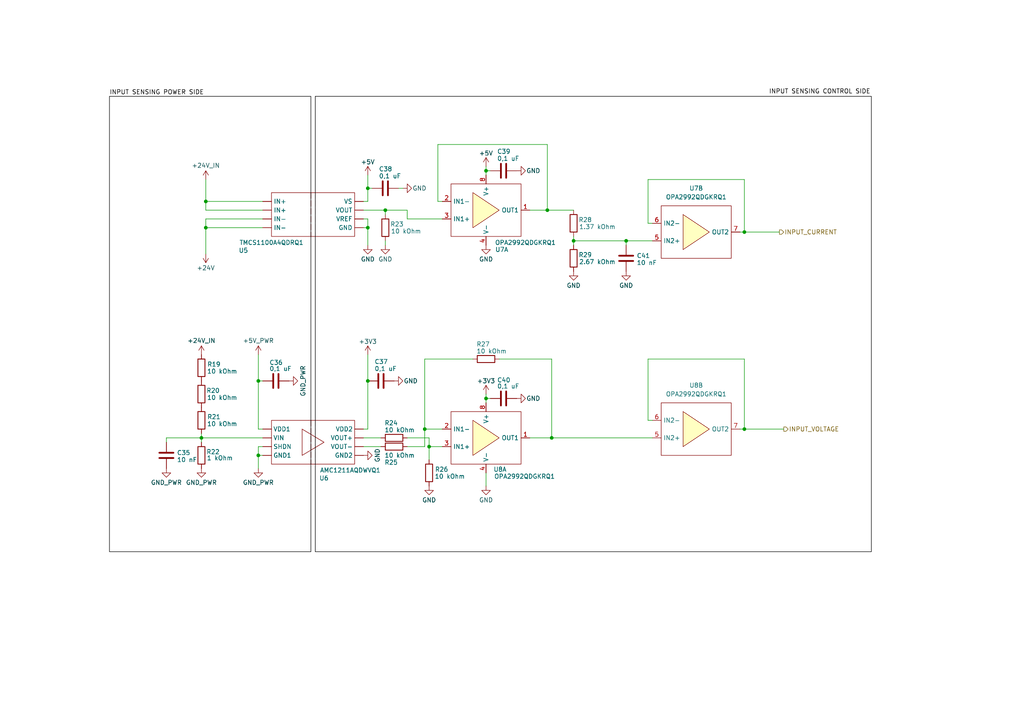
<source format=kicad_sch>
(kicad_sch (version 20231120) (generator "eeschema") (generator_version "8.0")
  (paper "A4")
  (title_block (title "ELE0124CL Power Buck Input Sensing") (date "2024-08-04") (rev "1.0") (company "ELE0124CL"))
  (lib_symbols
    (symbol "Device:C" (pin_numbers hide) (pin_names (offset 0.254))
      (property "Reference" "C" (at 0.635 2.54 0))
      (property "Value" "C" (at 0.635 -2.54 0))
      (symbol "C_0_1"
        (polyline (pts (xy -2.032 -0.762) (xy 2.032 -0.762)) (stroke (width 0.508)))
        (polyline (pts (xy -2.032 0.762) (xy 2.032 0.762)) (stroke (width 0.508)))
      )
      (symbol "C_1_1"
        (pin passive line (at 0 3.81 270) (length 2.794) (name "~") (number "1"))
        (pin passive line (at 0 -3.81 90) (length 2.794) (name "~") (number "2"))
      )
    )
    (symbol "Device:R" (pin_numbers hide) (pin_names (offset 0))
      (property "Reference" "R" (at 2.032 0 90))
      (property "Value" "R" (at 0 0 90))
      (symbol "R_0_1"
        (rectangle (start -1.016 -2.54) (end 1.016 2.54) (stroke (width 0.254)))
      )
      (symbol "R_1_1"
        (pin passive line (at 0 3.81 270) (length 1.27) (name "~") (number "1"))
        (pin passive line (at 0 -3.81 90) (length 1.27) (name "~") (number "2"))
      )
    )
    (symbol "ELE0124CL_library:+24V" (power) (pin_numbers hide) (pin_names (offset 0) hide) (exclude_from_sim yes) (in_bom no)
      (property "Value" "+24V" (at -2.54 3.81 0))
      (symbol "+24V_0_1"
        (polyline (pts (xy -0.762 1.27) (xy 0 2.54)))
        (polyline (pts (xy 0 0) (xy 0 2.54)))
        (polyline (pts (xy 0 2.54) (xy 0.762 1.27)))
      )
      (symbol "+24V_1_1"
        (pin power_in line (at 0 0 90) (length 1.27) hide (name "+24V") (number "1"))
      )
    )
    (symbol "ELE0124CL_library:+24V_IN" (power) (pin_numbers hide) (pin_names (offset 0) hide) (exclude_from_sim yes) (in_bom no)
      (property "Value" "+24V_IN" (at -2.54 3.81 0))
      (symbol "+24V_IN_0_1"
        (polyline (pts (xy -0.762 1.27) (xy 0 2.54)))
        (polyline (pts (xy 0 0) (xy 0 2.54)))
        (polyline (pts (xy 0 2.54) (xy 0.762 1.27)))
      )
      (symbol "+24V_IN_1_1"
        (pin power_in line (at 0 0 90) (length 1.27) hide (name "+24V_IN") (number "1"))
      )
    )
    (symbol "ELE0124CL_library:+3V3" (power) (pin_numbers hide) (pin_names (offset 0) hide) (exclude_from_sim yes) (in_bom no)
      (property "Value" "+3V3" (at -2.54 3.81 0))
      (symbol "+3V3_0_1"
        (polyline (pts (xy -0.762 1.27) (xy 0 2.54)))
        (polyline (pts (xy 0 0) (xy 0 2.54)))
        (polyline (pts (xy 0 2.54) (xy 0.762 1.27)))
      )
      (symbol "+3V3_1_1"
        (pin power_in line (at 0 0 90) (length 1.27) hide (name "+3V3") (number "1"))
      )
    )
    (symbol "ELE0124CL_library:+5V" (power) (pin_numbers hide) (pin_names (offset 0) hide) (exclude_from_sim yes) (in_bom no)
      (property "Value" "+5V" (at -1.905 3.81 0))
      (symbol "+5V_0_1"
        (polyline (pts (xy -0.762 1.27) (xy 0 2.54)))
        (polyline (pts (xy 0 0) (xy 0 2.54)))
        (polyline (pts (xy 0 2.54) (xy 0.762 1.27)))
      )
      (symbol "+5V_1_1"
        (pin power_in line (at 0 0 90) (length 1.27) hide (name "+5V") (number "1"))
      )
    )
    (symbol "ELE0124CL_library:+5V_PWR" (power) (pin_numbers hide) (pin_names (offset 0) hide) (exclude_from_sim yes) (in_bom no)
      (property "Value" "+5V_PWR" (at -1.905 3.81 0))
      (symbol "+5V_PWR_0_1"
        (polyline (pts (xy -0.762 1.27) (xy 0 2.54)))
        (polyline (pts (xy 0 0) (xy 0 2.54)))
        (polyline (pts (xy 0 2.54) (xy 0.762 1.27)))
      )
      (symbol "+5V_PWR_1_1"
        (pin power_in line (at 0 0 90) (length 1.27) hide (name "+5V_PWR") (number "1"))
      )
    )
    (symbol "ELE0124CL_library:CURRENT SENSOR TMCS1100A4QDRQ1" (pin_numbers hide) (pin_names (offset 0.635))
      (property "Reference" "U" (at 0.508 3.175 0))
      (property "Value" "TMCS1100A4QDRQ1" (at 0.508 1.27 0))
      (symbol "CURRENT SENSOR TMCS1100A4QDRQ1_0_1"
        (rectangle (start 0 0) (end 24.13 -12.7))
      )
      (symbol "CURRENT SENSOR TMCS1100A4QDRQ1_1_1"
        (polyline (pts (xy 11.43 0) (xy 11.43 -12.7)) (stroke (width 0) (type dash)))
        (polyline (pts (xy 12.7 0) (xy 12.7 -12.7)) (stroke (width 0) (type dash)))
        (pin passive line (at -2.54 -2.54 0) (length 2.54) (name "IN+") (number "1"))
        (pin passive line (at -2.54 -5.08 0) (length 2.54) (name "IN+") (number "2"))
        (pin passive line (at -2.54 -7.62 0) (length 2.54) (name "IN-") (number "3"))
        (pin passive line (at -2.54 -10.16 0) (length 2.54) (name "IN-") (number "4"))
        (pin passive line (at 26.67 -10.16 180) (length 2.54) (name "GND") (number "5"))
        (pin passive line (at 26.67 -7.62 180) (length 2.54) (name "VREF") (number "6"))
        (pin passive line (at 26.67 -5.08 180) (length 2.54) (name "VOUT") (number "7"))
        (pin passive line (at 26.67 -2.54 180) (length 2.54) (name "VS") (number "8"))
      )
    )
    (symbol "ELE0124CL_library:GND" (power) (pin_numbers hide) (pin_names (offset 0) hide) (exclude_from_sim yes) (in_bom no)
      (property "Value" "GND" (at -1.905 -3.81 0))
      (symbol "GND_0_1"
        (polyline (pts (xy 0 0) (xy 0 -1.27) (xy 1.27 -1.27) (xy 0 -2.54) (xy -1.27 -1.27) (xy 0 -1.27)))
      )
      (symbol "GND_1_1"
        (pin power_in line (at 0 0 270) (length 1.27) hide (name "GND") (number "1"))
      )
    )
    (symbol "ELE0124CL_library:GND_PWR" (power) (pin_numbers hide) (pin_names (offset 0) hide) (exclude_from_sim yes) (in_bom no)
      (property "Value" "GND_PWR" (at -4.445 -3.81 0))
      (symbol "GND_PWR_0_1"
        (polyline (pts (xy 0 0) (xy 0 -1.27) (xy 1.27 -1.27) (xy 0 -2.54) (xy -1.27 -1.27) (xy 0 -1.27)))
      )
      (symbol "GND_PWR_1_1"
        (pin power_in line (at 0 0 270) (length 1.27) hide (name "GND_PWR") (number "1"))
      )
    )
    (symbol "ELE0124CL_library:ISOLATOR AMPLIFIER AMC1211AQDWVQ1" (pin_numbers hide)
      (property "Reference" "U" (at 0.508 3.175 0))
      (property "Value" "AMC1211AQDWVQ1" (at 0.508 1.27 0))
      (symbol "ISOLATOR AMPLIFIER AMC1211AQDWVQ1_0_1"
        (rectangle (start 0 0) (end 24.13 -12.7))
      )
      (symbol "ISOLATOR AMPLIFIER AMC1211AQDWVQ1_1_1"
        (polyline (pts (xy 11.43 0) (xy 11.43 -12.7)) (stroke (width 0) (type dash)))
        (polyline (pts (xy 12.7 0) (xy 12.7 -12.7)) (stroke (width 0) (type dash)))
        (polyline (pts (xy 8.89 -2.54) (xy 15.24 -6.35) (xy 8.89 -10.16) (xy 8.89 -2.54)))
        (pin passive line (at -2.54 -2.54 0) (length 2.54) (name "VDD1") (number "1"))
        (pin passive line (at -2.54 -5.08 0) (length 2.54) (name "VIN") (number "2"))
        (pin passive line (at -2.54 -7.62 0) (length 2.54) (name "SHDN") (number "3"))
        (pin passive line (at -2.54 -10.16 0) (length 2.54) (name "GND1") (number "4"))
        (pin passive line (at 26.67 -10.16 180) (length 2.54) (name "GND2") (number "5"))
        (pin passive line (at 26.67 -7.62 180) (length 2.54) (name "VOUT-") (number "6"))
        (pin passive line (at 26.67 -5.08 180) (length 2.54) (name "VOUT+") (number "7"))
        (pin passive line (at 26.67 -2.54 180) (length 2.54) (name "VDD2") (number "8"))
      )
    )
    (symbol "ELE0124CL_library:OPERATIONAL AMPLIFIER OPA2992QDGKRQ1" (pin_names (offset 0.635))
      (property "Reference" "U" (at 1.27 10.795 0))
      (property "Value" "OPA2992QDGKRQ1" (at 1.27 8.89 0))
      (symbol "OPERATIONAL AMPLIFIER OPA2992QDGKRQ1_0_1"
        (rectangle (start -10.16 7.62) (end 10.16 -7.62))
        (polyline (pts (xy -3.81 5.08) (xy 3.81 0) (xy -3.81 -5.08) (xy -3.81 5.08)) (fill (type background)))
      )
      (symbol "OPERATIONAL AMPLIFIER OPA2992QDGKRQ1_1_1"
        (pin passive line (at 12.7 0 180) (length 2.54) (name "OUT1") (number "1"))
        (pin passive line (at -12.7 2.54 0) (length 2.54) (name "IN1-") (number "2"))
        (pin passive line (at -12.7 -2.54 0) (length 2.54) (name "IN1+") (number "3"))
        (pin power_in line (at 0 -10.16 90) (length 2.54) (name "V-") (number "4"))
        (pin power_in line (at 0 10.16 270) (length 2.54) (name "V+") (number "8"))
      )
      (symbol "OPERATIONAL AMPLIFIER OPA2992QDGKRQ1_2_1"
        (pin passive line (at -12.7 -2.54 0) (length 2.54) (name "IN2+") (number "5"))
        (pin passive line (at -12.7 2.54 0) (length 2.54) (name "IN2-") (number "6"))
        (pin passive line (at 12.7 0 180) (length 2.54) (name "OUT2") (number "7"))
      )
    )
  )
  (junction (at 215.9 124.46))
  (junction (at 215.9 67.31))
  (junction (at 59.69 58.42))
  (junction (at 74.93 132.08))
  (junction (at 140.97 49.53))
  (junction (at 124.46 129.54))
  (junction (at 106.68 66.04))
  (junction (at 123.19 124.46))
  (junction (at 59.69 66.04))
  (junction (at 181.61 69.85))
  (junction (at 106.68 110.49))
  (junction (at 58.42 127))
  (junction (at 111.76 60.96))
  (junction (at 160.02 127))
  (junction (at 158.75 60.96))
  (junction (at 106.68 54.61))
  (junction (at 74.93 110.49))
  (junction (at 166.37 69.85))
  (junction (at 140.97 115.57))
  (wire (pts (xy 59.69 66.04) (xy 76.2 66.04)))
  (wire (pts (xy 74.93 110.49) (xy 74.93 124.46)))
  (wire (pts (xy 58.42 127) (xy 76.2 127)))
  (wire (pts (xy 187.96 52.07) (xy 215.9 52.07)))
  (wire (pts (xy 140.97 49.53) (xy 140.97 50.8)))
  (wire (pts (xy 166.37 69.85) (xy 181.61 69.85)))
  (wire (pts (xy 127 41.91) (xy 127 58.42)))
  (wire (pts (xy 140.97 48.26) (xy 140.97 49.53)))
  (wire (pts (xy 118.11 63.5) (xy 118.11 60.96)))
  (wire (pts (xy 118.11 127) (xy 124.46 127)))
  (wire (pts (xy 160.02 127) (xy 189.23 127)))
  (wire (pts (xy 181.61 69.85) (xy 181.61 71.12)))
  (wire (pts (xy 214.63 124.46) (xy 215.9 124.46)))
  (wire (pts (xy 74.93 102.87) (xy 74.93 110.49)))
  (wire (pts (xy 166.37 69.85) (xy 166.37 68.58)))
  (wire (pts (xy 215.9 67.31) (xy 226.06 67.31)))
  (wire (pts (xy 58.42 127) (xy 58.42 125.73)))
  (wire (pts (xy 215.9 124.46) (xy 227.33 124.46)))
  (wire (pts (xy 106.68 66.04) (xy 106.68 71.12)))
  (wire (pts (xy 111.76 60.96) (xy 118.11 60.96)))
  (wire (pts (xy 105.41 124.46) (xy 106.68 124.46)))
  (wire (pts (xy 123.19 124.46) (xy 123.19 129.54)))
  (wire (pts (xy 105.41 66.04) (xy 106.68 66.04)))
  (wire (pts (xy 59.69 58.42) (xy 76.2 58.42)))
  (wire (pts (xy 189.23 121.92) (xy 187.96 121.92)))
  (wire (pts (xy 59.69 63.5) (xy 76.2 63.5)))
  (wire (pts (xy 106.68 50.8) (xy 106.68 54.61)))
  (wire (pts (xy 76.2 124.46) (xy 74.93 124.46)))
  (wire (pts (xy 187.96 104.14) (xy 215.9 104.14)))
  (wire (pts (xy 106.68 54.61) (xy 107.95 54.61)))
  (wire (pts (xy 124.46 127) (xy 124.46 129.54)))
  (wire (pts (xy 187.96 64.77) (xy 187.96 52.07)))
  (wire (pts (xy 153.67 60.96) (xy 158.75 60.96)))
  (wire (pts (xy 74.93 132.08) (xy 74.93 135.89)))
  (wire (pts (xy 127 41.91) (xy 158.75 41.91)))
  (wire (pts (xy 105.41 127) (xy 110.49 127)))
  (wire (pts (xy 74.93 132.08) (xy 76.2 132.08)))
  (wire (pts (xy 140.97 115.57) (xy 140.97 116.84)))
  (wire (pts (xy 48.26 128.27) (xy 48.26 127)))
  (wire (pts (xy 215.9 67.31) (xy 214.63 67.31)))
  (wire (pts (xy 140.97 49.53) (xy 142.24 49.53)))
  (wire (pts (xy 166.37 71.12) (xy 166.37 69.85)))
  (wire (pts (xy 158.75 60.96) (xy 166.37 60.96)))
  (wire (pts (xy 59.69 60.96) (xy 59.69 58.42)))
  (wire (pts (xy 74.93 129.54) (xy 74.93 132.08)))
  (wire (pts (xy 59.69 66.04) (xy 59.69 73.66)))
  (wire (pts (xy 59.69 58.42) (xy 59.69 52.07)))
  (wire (pts (xy 124.46 129.54) (xy 124.46 133.35)))
  (wire (pts (xy 123.19 124.46) (xy 128.27 124.46)))
  (wire (pts (xy 48.26 127) (xy 58.42 127)))
  (wire (pts (xy 215.9 104.14) (xy 215.9 124.46)))
  (wire (pts (xy 106.68 110.49) (xy 106.68 102.87)))
  (wire (pts (xy 111.76 69.85) (xy 111.76 71.12)))
  (wire (pts (xy 160.02 104.14) (xy 160.02 127)))
  (wire (pts (xy 105.41 63.5) (xy 106.68 63.5)))
  (wire (pts (xy 158.75 41.91) (xy 158.75 60.96)))
  (wire (pts (xy 137.16 104.14) (xy 123.19 104.14)))
  (wire (pts (xy 106.68 124.46) (xy 106.68 110.49)))
  (wire (pts (xy 106.68 63.5) (xy 106.68 66.04)))
  (wire (pts (xy 189.23 64.77) (xy 187.96 64.77)))
  (wire (pts (xy 140.97 140.97) (xy 140.97 137.16)))
  (wire (pts (xy 106.68 58.42) (xy 105.41 58.42)))
  (wire (pts (xy 105.41 129.54) (xy 110.49 129.54)))
  (wire (pts (xy 115.57 54.61) (xy 116.84 54.61)))
  (wire (pts (xy 124.46 129.54) (xy 128.27 129.54)))
  (wire (pts (xy 74.93 110.49) (xy 76.2 110.49)))
  (wire (pts (xy 105.41 60.96) (xy 111.76 60.96)))
  (wire (pts (xy 106.68 54.61) (xy 106.68 58.42)))
  (wire (pts (xy 140.97 115.57) (xy 142.24 115.57)))
  (wire (pts (xy 76.2 129.54) (xy 74.93 129.54)))
  (wire (pts (xy 128.27 63.5) (xy 118.11 63.5)))
  (wire (pts (xy 215.9 52.07) (xy 215.9 67.31)))
  (wire (pts (xy 111.76 60.96) (xy 111.76 62.23)))
  (wire (pts (xy 59.69 60.96) (xy 76.2 60.96)))
  (wire (pts (xy 153.67 127) (xy 160.02 127)))
  (wire (pts (xy 59.69 63.5) (xy 59.69 66.04)))
  (wire (pts (xy 181.61 69.85) (xy 189.23 69.85)))
  (wire (pts (xy 123.19 129.54) (xy 118.11 129.54)))
  (wire (pts (xy 144.78 104.14) (xy 160.02 104.14)))
  (wire (pts (xy 187.96 121.92) (xy 187.96 104.14)))
  (wire (pts (xy 58.42 128.27) (xy 58.42 127)))
  (wire (pts (xy 128.27 58.42) (xy 127 58.42)))
  (wire (pts (xy 123.19 104.14) (xy 123.19 124.46)))
  (wire (pts (xy 140.97 114.3) (xy 140.97 115.57)))
  (rectangle (start 31.75 27.94) (end 90.17 160.02) (stroke (width 0) (color 0 0 0 1)))
  (rectangle (start 91.44 27.94) (end 252.73 160.02) (stroke (width 0) (color 0 0 0 1)))
  (text "INPUT SENSING POWER SIDE" (at 45.466 26.924 0) (effects (font (size 1.27 1.27))))
  (text "INPUT SENSING CONTROL SIDE" (at 237.744 26.67 0) (effects (font (size 1.27 1.27))))
  (hierarchical_label "INPUT_CURRENT" (shape output) (at 226.06 67.31 0))
  (hierarchical_label "INPUT_VOLTAGE" (shape output) (at 227.33 124.46 0))
  (symbol (lib_id "ELE0124CL_library:+5V_PWR") (at 74.93 102.87 0) (unit 1) (exclude_from_sim yes) (in_bom no)
    (property "Reference" "#PWR042" (effects (hide yes)))
    (property "Value" "+5V_PWR" (at 74.93 98.806 0))
    (property "Description" "Global label with name \"+5V_PWR\"" (effects (hide yes)))
  )
  (symbol (lib_id "ELE0124CL_library:GND") (at 166.37 78.74 0) (unit 1) (exclude_from_sim yes) (in_bom no)
    (property "Reference" "#PWR055" (effects (hide yes)))
    (property "Value" "GND" (at 166.37 82.804 0))
    (property "Description" "Global label with name \"GND\"" (effects (hide yes)))
  )
  (symbol (lib_id "Device:C") (at 146.05 115.57 90) (unit 1)
    (property "Reference" "C40" (at 148.082 110.236 90) (effects (justify left)))
    (property "Value" "0,1 uF" (at 150.622 112.014 90) (effects (justify left)))
    (property "Footprint" "ELE0124CL_library:C_0603_1608Metric" (effects (hide yes)))
    (property "Description" "Capacitor Ceramic 0.1 uF 0603" (effects (hide yes)))
  )
  (symbol (lib_id "ELE0124CL_library:GND") (at 181.61 78.74 0) (unit 1) (exclude_from_sim yes) (in_bom no)
    (property "Reference" "#PWR056" (effects (hide yes)))
    (property "Value" "GND" (at 181.61 82.804 0))
    (property "Description" "Global label with name \"GND\"" (effects (hide yes)))
  )
  (symbol (lib_id "Device:R") (at 140.97 104.14 90) (unit 1)
    (property "Reference" "R27" (at 138.176 99.822 90) (effects (justify right)))
    (property "Value" "10 kOhm" (at 138.176 101.854 90) (effects (justify right)))
    (property "Footprint" "ELE0124CL_library:R_0603_1608Metric" (effects (hide yes)))
    (property "Description" "Resistor 10 kOhm 0603" (effects (hide yes)))
  )
  (symbol (lib_id "ELE0124CL_library:GND") (at 106.68 71.12 0) (unit 1) (exclude_from_sim yes) (in_bom no)
    (property "Reference" "#PWR046" (effects (hide yes)))
    (property "Value" "GND" (at 106.68 75.184 0))
    (property "Description" "Global label with name \"GND\"" (effects (hide yes)))
  )
  (symbol (lib_id "ELE0124CL_library:+5V") (at 106.68 50.8 0) (unit 1) (exclude_from_sim yes) (in_bom no)
    (property "Reference" "#PWR045" (effects (hide yes)))
    (property "Value" "+5V" (at 106.68 46.99 0))
    (property "Description" "Global label with name \"+5V\"" (effects (hide yes)))
  )
  (symbol (lib_id "ELE0124CL_library:GND") (at 116.84 54.61 90) (unit 1) (exclude_from_sim yes) (in_bom no)
    (property "Reference" "#PWR048" (effects (hide yes)))
    (property "Value" "GND" (at 121.666 54.61 90))
    (property "Description" "Global label with name \"GND\"" (effects (hide yes)))
  )
  (symbol (lib_id "ELE0124CL_library:+5V") (at 140.97 48.26 0) (unit 1) (exclude_from_sim yes) (in_bom no)
    (property "Reference" "#PWR049" (effects (hide yes)))
    (property "Value" "+5V" (at 140.97 44.45 0))
    (property "Description" "Global label with name \"+5V\"" (effects (hide yes)))
  )
  (symbol (lib_id "ELE0124CL_library:OPERATIONAL AMPLIFIER OPA2992QDGKRQ1") (at 201.93 124.46 0) (unit 2)
    (property "Reference" "U8" (at 201.93 111.76 0))
    (property "Value" "OPA2992QDGKRQ1" (at 201.93 114.3 0))
    (property "Footprint" "ELE0124CL_library:VSSOP-8_4.40mm_P0.65mm" (effects (hide yes)))
    (property "Datasheet" "https://www.ti.com/lit/ds/symlink/opa2992-q1.pdf" (effects (hide yes)))
    (property "Description" "Texas Instrument Operational Amplifier, 2 Channel, 2.7 to 40 V, 10 MHz" (effects (hide yes)))
  )
  (symbol (lib_id "ELE0124CL_library:OPERATIONAL AMPLIFIER OPA2992QDGKRQ1") (at 140.97 60.96 0) (unit 1)
    (property "Reference" "U7" (at 145.542 72.39 0))
    (property "Value" "OPA2992QDGKRQ1" (at 152.4 70.358 0))
    (property "Footprint" "ELE0124CL_library:VSSOP-8_4.40mm_P0.65mm" (effects (hide yes)))
    (property "Datasheet" "https://www.ti.com/lit/ds/symlink/opa2992-q1.pdf" (effects (hide yes)))
    (property "Description" "Texas Instrument Operational Amplifier, 2 Channel, 2.7 to 40 V, 10 MHz" (effects (hide yes)))
  )
  (symbol (lib_id "ELE0124CL_library:OPERATIONAL AMPLIFIER OPA2992QDGKRQ1") (at 201.93 67.31 0) (unit 2)
    (property "Reference" "U7" (at 201.93 54.61 0))
    (property "Value" "OPA2992QDGKRQ1" (at 201.93 57.15 0))
    (property "Footprint" "ELE0124CL_library:VSSOP-8_4.40mm_P0.65mm" (effects (hide yes)))
    (property "Datasheet" "https://www.ti.com/lit/ds/symlink/opa2992-q1.pdf" (effects (hide yes)))
    (property "Description" "Texas Instrument Operational Amplifier, 2 Channel, 2.7 to 40 V, 10 MHz" (effects (hide yes)))
  )
  (symbol (lib_id "ELE0124CL_library:ISOLATOR AMPLIFIER AMC1211AQDWVQ1") (at 78.74 121.92 0) (unit 1)
    (property "Reference" "U6" (at 93.98 138.684 0))
    (property "Value" "AMC1211AQDWVQ1" (at 101.6 136.398 0))
    (property "Footprint" "ELE0124CL_library:SSO-8_10.80mm_P1.27mm" (effects (hide yes)))
    (property "Datasheet" "https://www.ti.com/lit/ds/symlink/amc1211-q1.pdf" (effects (hide yes)))
    (property "Description" "Texas Instrument Isolator Amplifier, 1 Channel, 1 Gain" (effects (hide yes)))
  )
  (symbol (lib_id "Device:R") (at 166.37 64.77 0) (unit 1)
    (property "Reference" "R28" (at 171.704 63.754 0) (effects (justify right)))
    (property "Value" "1.37 kOhm" (at 178.562 65.786 0) (effects (justify right)))
    (property "Footprint" "ELE0124CL_library:R_0603_1608Metric" (effects (hide yes)))
    (property "Description" "Resistor 1.37 kOhm 0603" (effects (hide yes)))
  )
  (symbol (lib_id "Device:C") (at 80.01 110.49 90) (unit 1)
    (property "Reference" "C36" (at 82.042 105.156 90) (effects (justify left)))
    (property "Value" "0,1 uF" (at 84.582 106.934 90) (effects (justify left)))
    (property "Footprint" "ELE0124CL_library:C_0603_1608Metric" (effects (hide yes)))
    (property "Description" "Capacitor Ceramic 0.1 uF 0603" (effects (hide yes)))
  )
  (symbol (lib_id "ELE0124CL_library:GND") (at 124.46 140.97 0) (unit 1) (exclude_from_sim yes) (in_bom no)
    (property "Reference" "#PWR078" (effects (hide yes)))
    (property "Value" "GND" (at 124.46 145.034 0))
    (property "Description" "Global label with name \"GND\"" (effects (hide yes)))
  )
  (symbol (lib_id "ELE0124CL_library:CURRENT SENSOR TMCS1100A4QDRQ1") (at 78.74 55.88 0) (unit 1)
    (property "Reference" "U5" (at 70.612 72.644 0))
    (property "Value" "TMCS1100A4QDRQ1" (at 78.74 70.358 0))
    (property "Footprint" "ELE0124CL_library:SOIC-8_5.40mm_P1.27mm" (effects (hide yes)))
    (property "Datasheet" "https://www.ti.com/lit/ds/symlink/tmcs1100-q1.pdf" (effects (hide yes)))
    (property "Description" "Texas Instrument High-Precision Basic Isolation Hall-Effect Current" (effects (hide yes)))
  )
  (symbol (lib_id "ELE0124CL_library:GND") (at 149.86 49.53 90) (unit 1) (exclude_from_sim yes) (in_bom no)
    (property "Reference" "#PWR053" (effects (hide yes)))
    (property "Value" "GND" (at 154.686 49.53 90))
    (property "Description" "Global label with name \"GND\"" (effects (hide yes)))
  )
  (symbol (lib_id "ELE0124CL_library:OPERATIONAL AMPLIFIER OPA2992QDGKRQ1") (at 140.97 127 0) (unit 1)
    (property "Reference" "U8" (at 145.034 136.144 0))
    (property "Value" "OPA2992QDGKRQ1" (at 152.146 138.176 0))
    (property "Footprint" "ELE0124CL_library:VSSOP-8_4.40mm_P0.65mm" (effects (hide yes)))
    (property "Datasheet" "https://www.ti.com/lit/ds/symlink/opa2992-q1.pdf" (effects (hide yes)))
    (property "Description" "Texas Instrument Operational Amplifier, 2 Channel, 2.7 to 40 V, 10 MHz" (effects (hide yes)))
  )
  (symbol (lib_id "ELE0124CL_library:+24V_IN") (at 58.42 102.87 0) (unit 1) (exclude_from_sim yes) (in_bom no)
    (property "Reference" "#PWR037" (effects (hide yes)))
    (property "Value" "+24V_IN" (at 58.42 98.806 0))
    (property "Description" "Global label with name \"+24V_IN\"" (effects (hide yes)))
  )
  (symbol (lib_id "Device:R") (at 111.76 66.04 0) (unit 1)
    (property "Reference" "R23" (at 117.094 65.024 0) (effects (justify right)))
    (property "Value" "10 kOhm" (at 122.174 67.056 0) (effects (justify right)))
    (property "Footprint" "ELE0124CL_library:R_0603_1608Metric" (effects (hide yes)))
    (property "Description" "Resistor 10 kOhm 0603" (effects (hide yes)))
  )
  (symbol (lib_id "ELE0124CL_library:GND_PWR") (at 58.42 135.89 0) (unit 1) (exclude_from_sim yes) (in_bom no)
    (property "Reference" "#PWR038" (effects (hide yes)))
    (property "Value" "GND_PWR" (at 58.42 139.954 0))
    (property "Description" "Global label with name \"GND_PWR\"" (effects (hide yes)))
  )
  (symbol (lib_id "ELE0124CL_library:GND_PWR") (at 48.26 135.89 0) (unit 1) (exclude_from_sim yes) (in_bom no)
    (property "Reference" "#PWR036" (effects (hide yes)))
    (property "Value" "GND_PWR" (at 48.26 139.954 0))
    (property "Description" "Global label with name \"GND_PWR\"" (effects (hide yes)))
  )
  (symbol (lib_id "ELE0124CL_library:GND_PWR") (at 83.82 110.49 90) (unit 1) (exclude_from_sim yes) (in_bom no)
    (property "Reference" "#PWR044" (effects (hide yes)))
    (property "Value" "GND_PWR" (at 87.884 110.49 0))
    (property "Description" "Global label with name \"GND_PWR\"" (effects (hide yes)))
  )
  (symbol (lib_id "ELE0124CL_library:+24V_IN") (at 59.69 52.07 0) (unit 1) (exclude_from_sim yes) (in_bom no)
    (property "Reference" "#PWR040" (effects (hide yes)))
    (property "Value" "+24V_IN" (at 59.69 48.006 0))
    (property "Description" "Global label with name \"+24V_IN\"" (effects (hide yes)))
  )
  (symbol (lib_id "ELE0124CL_library:GND") (at 111.76 71.12 0) (unit 1) (exclude_from_sim yes) (in_bom no)
    (property "Reference" "#PWR047" (effects (hide yes)))
    (property "Value" "GND" (at 111.76 75.184 0))
    (property "Description" "Global label with name \"GND\"" (effects (hide yes)))
  )
  (symbol (lib_id "Device:R") (at 58.42 106.68 0) (unit 1)
    (property "Reference" "R19" (at 64.008 105.664 0) (effects (justify right)))
    (property "Value" "10 kOhm" (at 68.834 107.696 0) (effects (justify right)))
    (property "Footprint" "ELE0124CL_library:R_0603_1608Metric" (effects (hide yes)))
    (property "Description" "Resistor 10 kOhm 0603" (effects (hide yes)))
  )
  (symbol (lib_id "Device:R") (at 124.46 137.16 0) (unit 1)
    (property "Reference" "R26" (at 130.048 136.144 0) (effects (justify right)))
    (property "Value" "10 kOhm" (at 134.874 138.176 0) (effects (justify right)))
    (property "Footprint" "ELE0124CL_library:R_0603_1608Metric" (effects (hide yes)))
    (property "Description" "Resistor 10 kOhm 0603" (effects (hide yes)))
  )
  (symbol (lib_id "Device:C") (at 146.05 49.53 90) (unit 1)
    (property "Reference" "C39" (at 148.082 43.942 90) (effects (justify left)))
    (property "Value" "0,1 uF" (at 150.622 45.974 90) (effects (justify left)))
    (property "Footprint" "ELE0124CL_library:C_0603_1608Metric" (effects (hide yes)))
    (property "Description" "Capacitor Ceramic 0.1 uF 0603" (effects (hide yes)))
  )
  (symbol (lib_id "Device:R") (at 114.3 129.54 90) (unit 1)
    (property "Reference" "R25" (at 111.506 134.112 90) (effects (justify right)))
    (property "Value" "10 kOhm" (at 111.506 132.08 90) (effects (justify right)))
    (property "Footprint" "ELE0124CL_library:R_0603_1608Metric" (effects (hide yes)))
    (property "Description" "Resistor 10 kOhm 0603" (effects (hide yes)))
  )
  (symbol (lib_id "ELE0124CL_library:GND") (at 114.3 110.49 90) (unit 1) (exclude_from_sim yes) (in_bom no)
    (property "Reference" "#PWR076" (effects (hide yes)))
    (property "Value" "GND" (at 119.126 110.49 90))
    (property "Description" "Global label with name \"GND\"" (effects (hide yes)))
  )
  (symbol (lib_id "ELE0124CL_library:+3V3") (at 140.97 114.3 0) (unit 1) (exclude_from_sim yes) (in_bom no)
    (property "Reference" "#PWR051" (effects (hide yes)))
    (property "Value" "+3V3" (at 140.97 110.49 0))
    (property "Description" "Global label with name \"+3V3\"" (effects (hide yes)))
  )
  (symbol (lib_id "Device:C") (at 110.49 110.49 90) (unit 1)
    (property "Reference" "C37" (at 112.522 104.902 90) (effects (justify left)))
    (property "Value" "0,1 uF" (at 115.062 106.934 90) (effects (justify left)))
    (property "Footprint" "ELE0124CL_library:C_0603_1608Metric" (effects (hide yes)))
    (property "Description" "Capacitor Ceramic 0.1 uF 0603" (effects (hide yes)))
  )
  (symbol (lib_id "Device:C") (at 111.76 54.61 90) (unit 1)
    (property "Reference" "C38" (at 113.792 49.022 90) (effects (justify left)))
    (property "Value" "0,1 uF" (at 116.332 51.054 90) (effects (justify left)))
    (property "Footprint" "ELE0124CL_library:C_0603_1608Metric" (effects (hide yes)))
    (property "Description" "Capacitor Ceramic 0.1 uF 0603" (effects (hide yes)))
  )
  (symbol (lib_id "Device:C") (at 181.61 74.93 0) (unit 1)
    (property "Reference" "C41" (at 184.658 74.168 0) (effects (justify left)))
    (property "Value" "10 nF" (at 184.658 76.2 0) (effects (justify left)))
    (property "Footprint" "ELE0124CL_library:C_0603_1608Metric" (effects (hide yes)))
    (property "Description" "Capacitor Ceramic 10 nF 0603" (effects (hide yes)))
  )
  (symbol (lib_id "ELE0124CL_library:GND") (at 105.41 132.08 90) (unit 1) (exclude_from_sim yes) (in_bom no)
    (property "Reference" "#PWR077" (effects (hide yes)))
    (property "Value" "GND" (at 109.474 132.08 0))
    (property "Description" "Global label with name \"GND\"" (effects (hide yes)))
  )
  (symbol (lib_id "ELE0124CL_library:+3V3") (at 106.68 102.87 0) (unit 1) (exclude_from_sim yes) (in_bom no)
    (property "Reference" "#PWR075" (effects (hide yes)))
    (property "Value" "+3V3" (at 106.68 99.06 0))
    (property "Description" "Global label with name \"+3V3\"" (effects (hide yes)))
  )
  (symbol (lib_id "ELE0124CL_library:GND") (at 149.86 115.57 90) (unit 1) (exclude_from_sim yes) (in_bom no)
    (property "Reference" "#PWR054" (effects (hide yes)))
    (property "Value" "GND" (at 154.686 115.57 90))
    (property "Description" "Global label with name \"GND\"" (effects (hide yes)))
  )
  (symbol (lib_id "ELE0124CL_library:GND_PWR") (at 74.93 135.89 0) (unit 1) (exclude_from_sim yes) (in_bom no)
    (property "Reference" "#PWR043" (effects (hide yes)))
    (property "Value" "GND_PWR" (at 74.93 139.954 0))
    (property "Description" "Global label with name \"GND_PWR\"" (effects (hide yes)))
  )
  (symbol (lib_id "Device:R") (at 58.42 121.92 0) (unit 1)
    (property "Reference" "R21" (at 64.008 120.904 0) (effects (justify right)))
    (property "Value" "10 kOhm" (at 68.834 122.936 0) (effects (justify right)))
    (property "Footprint" "ELE0124CL_library:R_0603_1608Metric" (effects (hide yes)))
    (property "Description" "Resistor 10 kOhm 0603" (effects (hide yes)))
  )
  (symbol (lib_id "Device:R") (at 114.3 127 90) (unit 1)
    (property "Reference" "R24" (at 111.506 122.682 90) (effects (justify right)))
    (property "Value" "10 kOhm" (at 111.506 124.714 90) (effects (justify right)))
    (property "Footprint" "ELE0124CL_library:R_0603_1608Metric" (effects (hide yes)))
    (property "Description" "Resistor 10 kOhm 0603" (effects (hide yes)))
  )
  (symbol (lib_id "Device:R") (at 58.42 114.3 0) (unit 1)
    (property "Reference" "R20" (at 63.754 113.284 0) (effects (justify right)))
    (property "Value" "10 kOhm" (at 68.834 115.316 0) (effects (justify right)))
    (property "Footprint" "ELE0124CL_library:R_0603_1608Metric" (effects (hide yes)))
    (property "Description" "Resistor 10 kOhm 0603" (effects (hide yes)))
  )
  (symbol (lib_id "ELE0124CL_library:+24V") (at 59.69 73.66 180) (unit 1) (exclude_from_sim yes) (in_bom no)
    (property "Reference" "#PWR041" (effects (hide yes)))
    (property "Value" "+24V" (at 59.69 77.724 0))
    (property "Description" "Global label with name \"+24V\"" (effects (hide yes)))
  )
  (symbol (lib_id "Device:R") (at 166.37 74.93 0) (unit 1)
    (property "Reference" "R29" (at 171.704 73.914 0) (effects (justify right)))
    (property "Value" "2.67 kOhm" (at 178.562 75.946 0) (effects (justify right)))
    (property "Footprint" "ELE0124CL_library:R_0603_1608Metric" (effects (hide yes)))
    (property "Description" "Resistor 2.67 kOhm 0603" (effects (hide yes)))
  )
  (symbol (lib_id "ELE0124CL_library:GND") (at 140.97 140.97 0) (unit 1) (exclude_from_sim yes) (in_bom no)
    (property "Reference" "#PWR052" (effects (hide yes)))
    (property "Value" "GND" (at 140.97 145.034 0))
    (property "Description" "Global label with name \"GND\"" (effects (hide yes)))
  )
  (symbol (lib_id "Device:C") (at 48.26 132.08 0) (unit 1)
    (property "Reference" "C35" (at 51.308 131.318 0) (effects (justify left)))
    (property "Value" "10 nF" (at 51.308 133.35 0) (effects (justify left)))
    (property "Footprint" "ELE0124CL_library:C_0603_1608Metric" (effects (hide yes)))
    (property "Description" "Capacitor Ceramic 10 nF 0603" (effects (hide yes)))
  )
  (symbol (lib_id "Device:R") (at 58.42 132.08 0) (unit 1)
    (property "Reference" "R22" (at 63.754 131.064 0) (effects (justify right)))
    (property "Value" "1 kOhm" (at 67.564 132.842 0) (effects (justify right)))
    (property "Footprint" "ELE0124CL_library:R_0603_1608Metric" (effects (hide yes)))
    (property "Description" "Resistor 1 kOhm 0603" (effects (hide yes)))
  )
  (symbol (lib_id "ELE0124CL_library:GND") (at 140.97 71.12 0) (unit 1) (exclude_from_sim yes) (in_bom no)
    (property "Reference" "#PWR050" (effects (hide yes)))
    (property "Value" "GND" (at 140.97 75.184 0))
    (property "Description" "Global label with name \"GND\"" (effects (hide yes)))
  )
)
</source>
